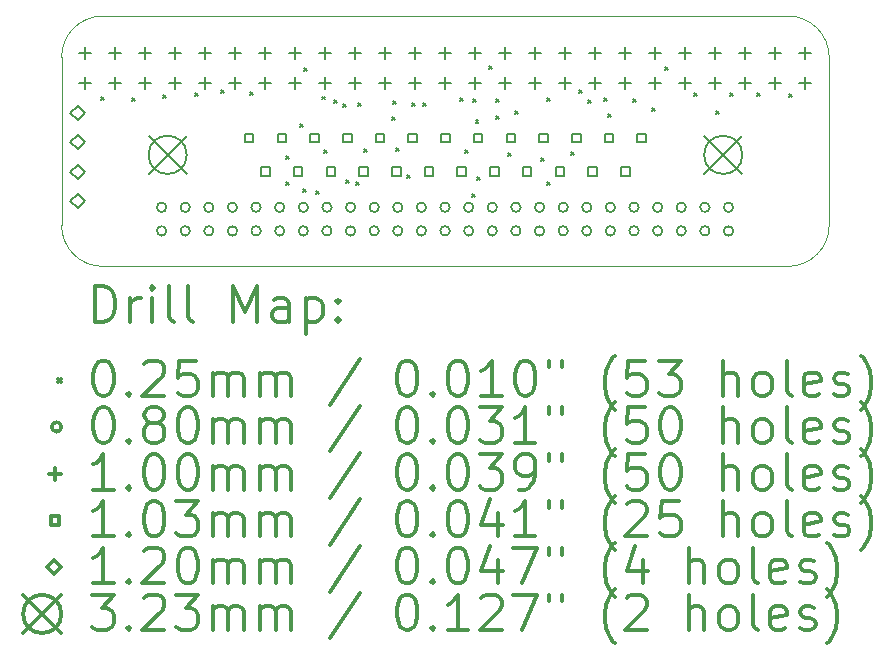
<source format=gbr>
%FSLAX45Y45*%
G04 Gerber Fmt 4.5, Leading zero omitted, Abs format (unit mm)*
G04 Created by KiCad (PCBNEW (5.1.9-16-g1737927814)-1) date 2021-10-16 21:24:37*
%MOMM*%
%LPD*%
G01*
G04 APERTURE LIST*
%TA.AperFunction,Profile*%
%ADD10C,0.050000*%
%TD*%
%ADD11C,0.200000*%
%ADD12C,0.300000*%
G04 APERTURE END LIST*
D10*
X17800000Y-9849600D02*
X23600000Y-9849600D01*
X17800000Y-9849600D02*
G75*
G02*
X17450000Y-9499600I0J350000D01*
G01*
X23950000Y-9499600D02*
G75*
G02*
X23600000Y-9849600I-350000J0D01*
G01*
X17450000Y-8079800D02*
X17450000Y-9499600D01*
X23950000Y-8079800D02*
X23950000Y-9499600D01*
X17800000Y-7729800D02*
X23600000Y-7729800D01*
X17450000Y-8079800D02*
G75*
G02*
X17800000Y-7729800I350000J0D01*
G01*
X23600000Y-7729800D02*
G75*
G02*
X23950000Y-8079800I0J-350000D01*
G01*
D11*
X17785500Y-8415500D02*
X17810500Y-8440500D01*
X17810500Y-8415500D02*
X17785500Y-8440500D01*
X18044500Y-8420500D02*
X18069500Y-8445500D01*
X18069500Y-8420500D02*
X18044500Y-8445500D01*
X18307742Y-8397799D02*
X18332742Y-8422799D01*
X18332742Y-8397799D02*
X18307742Y-8422799D01*
X18576853Y-8385397D02*
X18601853Y-8410397D01*
X18601853Y-8385397D02*
X18576853Y-8410397D01*
X18800550Y-8352696D02*
X18825550Y-8377696D01*
X18825550Y-8352696D02*
X18800550Y-8377696D01*
X19045500Y-8376699D02*
X19070500Y-8401699D01*
X19070500Y-8376699D02*
X19045500Y-8401699D01*
X19350626Y-8916884D02*
X19375626Y-8941884D01*
X19375626Y-8916884D02*
X19350626Y-8941884D01*
X19350900Y-9133100D02*
X19375900Y-9158100D01*
X19375900Y-9133100D02*
X19350900Y-9158100D01*
X19471971Y-8643305D02*
X19496971Y-8668305D01*
X19496971Y-8643305D02*
X19471971Y-8668305D01*
X19498484Y-9192208D02*
X19523484Y-9217208D01*
X19523484Y-9192208D02*
X19498484Y-9217208D01*
X19504850Y-8170245D02*
X19529850Y-8195245D01*
X19529850Y-8170245D02*
X19504850Y-8195245D01*
X19604900Y-9209300D02*
X19629900Y-9234300D01*
X19629900Y-9209300D02*
X19604900Y-9234300D01*
X19658500Y-8410995D02*
X19683500Y-8435995D01*
X19683500Y-8410995D02*
X19658500Y-8435995D01*
X19676105Y-8862205D02*
X19701105Y-8887205D01*
X19701105Y-8862205D02*
X19676105Y-8887205D01*
X19757300Y-8442500D02*
X19782300Y-8467500D01*
X19782300Y-8442500D02*
X19757300Y-8467500D01*
X19835500Y-8472700D02*
X19860500Y-8497700D01*
X19860500Y-8472700D02*
X19835500Y-8497700D01*
X19856533Y-9117609D02*
X19881533Y-9142609D01*
X19881533Y-9117609D02*
X19856533Y-9142609D01*
X19946934Y-9138845D02*
X19971934Y-9163845D01*
X19971934Y-9138845D02*
X19946934Y-9163845D01*
X19959469Y-8463274D02*
X19984469Y-8488274D01*
X19984469Y-8463274D02*
X19959469Y-8488274D01*
X20011300Y-8853700D02*
X20036300Y-8878700D01*
X20036300Y-8853700D02*
X20011300Y-8878700D01*
X20250607Y-8581268D02*
X20275607Y-8606268D01*
X20275607Y-8581268D02*
X20250607Y-8606268D01*
X20259603Y-8453166D02*
X20284603Y-8478166D01*
X20284603Y-8453166D02*
X20259603Y-8478166D01*
X20282744Y-8845744D02*
X20307744Y-8870744D01*
X20307744Y-8845744D02*
X20282744Y-8870744D01*
X20378808Y-9078602D02*
X20403808Y-9103602D01*
X20403808Y-9078602D02*
X20378808Y-9103602D01*
X20419500Y-8467101D02*
X20444500Y-8492101D01*
X20444500Y-8467101D02*
X20419500Y-8492101D01*
X20509351Y-8467101D02*
X20534351Y-8492101D01*
X20534351Y-8467101D02*
X20509351Y-8492101D01*
X20824100Y-8421900D02*
X20849100Y-8446900D01*
X20849100Y-8421900D02*
X20824100Y-8446900D01*
X20868369Y-8862359D02*
X20893369Y-8887359D01*
X20893369Y-8862359D02*
X20868369Y-8887359D01*
X20925700Y-9233703D02*
X20950700Y-9258703D01*
X20950700Y-9233703D02*
X20925700Y-9258703D01*
X20931089Y-8432776D02*
X20956089Y-8457776D01*
X20956089Y-8432776D02*
X20931089Y-8457776D01*
X20955403Y-8607849D02*
X20980403Y-8632849D01*
X20980403Y-8607849D02*
X20955403Y-8632849D01*
X20966343Y-9089055D02*
X20991343Y-9114055D01*
X20991343Y-9089055D02*
X20966343Y-9114055D01*
X21068500Y-8155500D02*
X21093500Y-8180500D01*
X21093500Y-8155500D02*
X21068500Y-8180500D01*
X21126201Y-8435983D02*
X21151201Y-8460983D01*
X21151201Y-8435983D02*
X21126201Y-8460983D01*
X21131877Y-8575196D02*
X21156877Y-8600196D01*
X21156877Y-8575196D02*
X21131877Y-8600196D01*
X21230500Y-8893151D02*
X21255500Y-8918151D01*
X21255500Y-8893151D02*
X21230500Y-8918151D01*
X21288749Y-8536406D02*
X21313749Y-8561406D01*
X21313749Y-8536406D02*
X21288749Y-8561406D01*
X21509900Y-8929900D02*
X21534900Y-8954900D01*
X21534900Y-8929900D02*
X21509900Y-8954900D01*
X21560700Y-9133100D02*
X21585700Y-9158100D01*
X21585700Y-9133100D02*
X21560700Y-9158100D01*
X21561500Y-8423500D02*
X21586500Y-8448500D01*
X21586500Y-8423500D02*
X21561500Y-8448500D01*
X21763900Y-8879100D02*
X21788900Y-8904100D01*
X21788900Y-8879100D02*
X21763900Y-8904100D01*
X21834264Y-8357601D02*
X21859264Y-8382601D01*
X21859264Y-8357601D02*
X21834264Y-8382601D01*
X21911125Y-8442351D02*
X21936125Y-8467351D01*
X21936125Y-8442351D02*
X21911125Y-8467351D01*
X22044604Y-8426036D02*
X22069604Y-8451036D01*
X22069604Y-8426036D02*
X22044604Y-8451036D01*
X22080500Y-8562500D02*
X22105500Y-8587500D01*
X22105500Y-8562500D02*
X22080500Y-8587500D01*
X22289295Y-8430516D02*
X22314295Y-8455516D01*
X22314295Y-8430516D02*
X22289295Y-8455516D01*
X22449431Y-8508971D02*
X22474431Y-8533971D01*
X22474431Y-8508971D02*
X22449431Y-8533971D01*
X22557765Y-8165234D02*
X22582765Y-8190234D01*
X22582765Y-8165234D02*
X22557765Y-8190234D01*
X22806850Y-8382500D02*
X22831850Y-8407500D01*
X22831850Y-8382500D02*
X22806850Y-8407500D01*
X22990395Y-8534065D02*
X23015395Y-8559065D01*
X23015395Y-8534065D02*
X22990395Y-8559065D01*
X23112994Y-8379650D02*
X23137994Y-8404650D01*
X23137994Y-8379650D02*
X23112994Y-8404650D01*
X23342500Y-8382500D02*
X23367500Y-8407500D01*
X23367500Y-8382500D02*
X23342500Y-8407500D01*
X23607500Y-8389500D02*
X23632500Y-8414500D01*
X23632500Y-8389500D02*
X23607500Y-8414500D01*
X18337200Y-9348800D02*
G75*
G03*
X18337200Y-9348800I-40000J0D01*
G01*
X18337200Y-9548800D02*
G75*
G03*
X18337200Y-9548800I-40000J0D01*
G01*
X18537200Y-9348800D02*
G75*
G03*
X18537200Y-9348800I-40000J0D01*
G01*
X18537200Y-9548800D02*
G75*
G03*
X18537200Y-9548800I-40000J0D01*
G01*
X18737200Y-9348800D02*
G75*
G03*
X18737200Y-9348800I-40000J0D01*
G01*
X18737200Y-9548800D02*
G75*
G03*
X18737200Y-9548800I-40000J0D01*
G01*
X18937200Y-9348800D02*
G75*
G03*
X18937200Y-9348800I-40000J0D01*
G01*
X18937200Y-9548800D02*
G75*
G03*
X18937200Y-9548800I-40000J0D01*
G01*
X19137200Y-9348800D02*
G75*
G03*
X19137200Y-9348800I-40000J0D01*
G01*
X19137200Y-9548800D02*
G75*
G03*
X19137200Y-9548800I-40000J0D01*
G01*
X19337200Y-9348800D02*
G75*
G03*
X19337200Y-9348800I-40000J0D01*
G01*
X19337200Y-9548800D02*
G75*
G03*
X19337200Y-9548800I-40000J0D01*
G01*
X19537200Y-9348800D02*
G75*
G03*
X19537200Y-9348800I-40000J0D01*
G01*
X19537200Y-9548800D02*
G75*
G03*
X19537200Y-9548800I-40000J0D01*
G01*
X19737200Y-9348800D02*
G75*
G03*
X19737200Y-9348800I-40000J0D01*
G01*
X19737200Y-9548800D02*
G75*
G03*
X19737200Y-9548800I-40000J0D01*
G01*
X19937200Y-9348800D02*
G75*
G03*
X19937200Y-9348800I-40000J0D01*
G01*
X19937200Y-9548800D02*
G75*
G03*
X19937200Y-9548800I-40000J0D01*
G01*
X20137200Y-9348800D02*
G75*
G03*
X20137200Y-9348800I-40000J0D01*
G01*
X20137200Y-9548800D02*
G75*
G03*
X20137200Y-9548800I-40000J0D01*
G01*
X20337200Y-9348800D02*
G75*
G03*
X20337200Y-9348800I-40000J0D01*
G01*
X20337200Y-9548800D02*
G75*
G03*
X20337200Y-9548800I-40000J0D01*
G01*
X20537200Y-9348800D02*
G75*
G03*
X20537200Y-9348800I-40000J0D01*
G01*
X20537200Y-9548800D02*
G75*
G03*
X20537200Y-9548800I-40000J0D01*
G01*
X20737200Y-9348800D02*
G75*
G03*
X20737200Y-9348800I-40000J0D01*
G01*
X20737200Y-9548800D02*
G75*
G03*
X20737200Y-9548800I-40000J0D01*
G01*
X20937200Y-9348800D02*
G75*
G03*
X20937200Y-9348800I-40000J0D01*
G01*
X20937200Y-9548800D02*
G75*
G03*
X20937200Y-9548800I-40000J0D01*
G01*
X21137200Y-9348800D02*
G75*
G03*
X21137200Y-9348800I-40000J0D01*
G01*
X21137200Y-9548800D02*
G75*
G03*
X21137200Y-9548800I-40000J0D01*
G01*
X21337200Y-9348800D02*
G75*
G03*
X21337200Y-9348800I-40000J0D01*
G01*
X21337200Y-9548800D02*
G75*
G03*
X21337200Y-9548800I-40000J0D01*
G01*
X21537200Y-9348800D02*
G75*
G03*
X21537200Y-9348800I-40000J0D01*
G01*
X21537200Y-9548800D02*
G75*
G03*
X21537200Y-9548800I-40000J0D01*
G01*
X21737200Y-9348800D02*
G75*
G03*
X21737200Y-9348800I-40000J0D01*
G01*
X21737200Y-9548800D02*
G75*
G03*
X21737200Y-9548800I-40000J0D01*
G01*
X21937200Y-9348800D02*
G75*
G03*
X21937200Y-9348800I-40000J0D01*
G01*
X21937200Y-9548800D02*
G75*
G03*
X21937200Y-9548800I-40000J0D01*
G01*
X22137200Y-9348800D02*
G75*
G03*
X22137200Y-9348800I-40000J0D01*
G01*
X22137200Y-9548800D02*
G75*
G03*
X22137200Y-9548800I-40000J0D01*
G01*
X22337200Y-9348800D02*
G75*
G03*
X22337200Y-9348800I-40000J0D01*
G01*
X22337200Y-9548800D02*
G75*
G03*
X22337200Y-9548800I-40000J0D01*
G01*
X22537200Y-9348800D02*
G75*
G03*
X22537200Y-9348800I-40000J0D01*
G01*
X22537200Y-9548800D02*
G75*
G03*
X22537200Y-9548800I-40000J0D01*
G01*
X22737200Y-9348800D02*
G75*
G03*
X22737200Y-9348800I-40000J0D01*
G01*
X22737200Y-9548800D02*
G75*
G03*
X22737200Y-9548800I-40000J0D01*
G01*
X22937200Y-9348800D02*
G75*
G03*
X22937200Y-9348800I-40000J0D01*
G01*
X22937200Y-9548800D02*
G75*
G03*
X22937200Y-9548800I-40000J0D01*
G01*
X23137200Y-9348800D02*
G75*
G03*
X23137200Y-9348800I-40000J0D01*
G01*
X23137200Y-9548800D02*
G75*
G03*
X23137200Y-9548800I-40000J0D01*
G01*
X17646650Y-7995450D02*
X17646650Y-8095450D01*
X17596650Y-8045450D02*
X17696650Y-8045450D01*
X17646650Y-8249450D02*
X17646650Y-8349450D01*
X17596650Y-8299450D02*
X17696650Y-8299450D01*
X17900650Y-7995450D02*
X17900650Y-8095450D01*
X17850650Y-8045450D02*
X17950650Y-8045450D01*
X17900650Y-8249450D02*
X17900650Y-8349450D01*
X17850650Y-8299450D02*
X17950650Y-8299450D01*
X18154650Y-7995450D02*
X18154650Y-8095450D01*
X18104650Y-8045450D02*
X18204650Y-8045450D01*
X18154650Y-8249450D02*
X18154650Y-8349450D01*
X18104650Y-8299450D02*
X18204650Y-8299450D01*
X18408650Y-7995450D02*
X18408650Y-8095450D01*
X18358650Y-8045450D02*
X18458650Y-8045450D01*
X18408650Y-8249450D02*
X18408650Y-8349450D01*
X18358650Y-8299450D02*
X18458650Y-8299450D01*
X18662650Y-7995450D02*
X18662650Y-8095450D01*
X18612650Y-8045450D02*
X18712650Y-8045450D01*
X18662650Y-8249450D02*
X18662650Y-8349450D01*
X18612650Y-8299450D02*
X18712650Y-8299450D01*
X18916650Y-7995450D02*
X18916650Y-8095450D01*
X18866650Y-8045450D02*
X18966650Y-8045450D01*
X18916650Y-8249450D02*
X18916650Y-8349450D01*
X18866650Y-8299450D02*
X18966650Y-8299450D01*
X19170650Y-7995450D02*
X19170650Y-8095450D01*
X19120650Y-8045450D02*
X19220650Y-8045450D01*
X19170650Y-8249450D02*
X19170650Y-8349450D01*
X19120650Y-8299450D02*
X19220650Y-8299450D01*
X19424650Y-7995450D02*
X19424650Y-8095450D01*
X19374650Y-8045450D02*
X19474650Y-8045450D01*
X19424650Y-8249450D02*
X19424650Y-8349450D01*
X19374650Y-8299450D02*
X19474650Y-8299450D01*
X19678650Y-7995450D02*
X19678650Y-8095450D01*
X19628650Y-8045450D02*
X19728650Y-8045450D01*
X19678650Y-8249450D02*
X19678650Y-8349450D01*
X19628650Y-8299450D02*
X19728650Y-8299450D01*
X19932650Y-7995450D02*
X19932650Y-8095450D01*
X19882650Y-8045450D02*
X19982650Y-8045450D01*
X19932650Y-8249450D02*
X19932650Y-8349450D01*
X19882650Y-8299450D02*
X19982650Y-8299450D01*
X20186650Y-7995450D02*
X20186650Y-8095450D01*
X20136650Y-8045450D02*
X20236650Y-8045450D01*
X20186650Y-8249450D02*
X20186650Y-8349450D01*
X20136650Y-8299450D02*
X20236650Y-8299450D01*
X20440650Y-7995450D02*
X20440650Y-8095450D01*
X20390650Y-8045450D02*
X20490650Y-8045450D01*
X20440650Y-8249450D02*
X20440650Y-8349450D01*
X20390650Y-8299450D02*
X20490650Y-8299450D01*
X20694650Y-7995450D02*
X20694650Y-8095450D01*
X20644650Y-8045450D02*
X20744650Y-8045450D01*
X20694650Y-8249450D02*
X20694650Y-8349450D01*
X20644650Y-8299450D02*
X20744650Y-8299450D01*
X20948650Y-7995450D02*
X20948650Y-8095450D01*
X20898650Y-8045450D02*
X20998650Y-8045450D01*
X20948650Y-8249450D02*
X20948650Y-8349450D01*
X20898650Y-8299450D02*
X20998650Y-8299450D01*
X21202650Y-7995450D02*
X21202650Y-8095450D01*
X21152650Y-8045450D02*
X21252650Y-8045450D01*
X21202650Y-8249450D02*
X21202650Y-8349450D01*
X21152650Y-8299450D02*
X21252650Y-8299450D01*
X21456650Y-7995450D02*
X21456650Y-8095450D01*
X21406650Y-8045450D02*
X21506650Y-8045450D01*
X21456650Y-8249450D02*
X21456650Y-8349450D01*
X21406650Y-8299450D02*
X21506650Y-8299450D01*
X21710650Y-7995450D02*
X21710650Y-8095450D01*
X21660650Y-8045450D02*
X21760650Y-8045450D01*
X21710650Y-8249450D02*
X21710650Y-8349450D01*
X21660650Y-8299450D02*
X21760650Y-8299450D01*
X21964650Y-7995450D02*
X21964650Y-8095450D01*
X21914650Y-8045450D02*
X22014650Y-8045450D01*
X21964650Y-8249450D02*
X21964650Y-8349450D01*
X21914650Y-8299450D02*
X22014650Y-8299450D01*
X22218650Y-7995450D02*
X22218650Y-8095450D01*
X22168650Y-8045450D02*
X22268650Y-8045450D01*
X22218650Y-8249450D02*
X22218650Y-8349450D01*
X22168650Y-8299450D02*
X22268650Y-8299450D01*
X22472650Y-7995450D02*
X22472650Y-8095450D01*
X22422650Y-8045450D02*
X22522650Y-8045450D01*
X22472650Y-8249450D02*
X22472650Y-8349450D01*
X22422650Y-8299450D02*
X22522650Y-8299450D01*
X22726650Y-7995450D02*
X22726650Y-8095450D01*
X22676650Y-8045450D02*
X22776650Y-8045450D01*
X22726650Y-8249450D02*
X22726650Y-8349450D01*
X22676650Y-8299450D02*
X22776650Y-8299450D01*
X22980650Y-7995450D02*
X22980650Y-8095450D01*
X22930650Y-8045450D02*
X23030650Y-8045450D01*
X22980650Y-8249450D02*
X22980650Y-8349450D01*
X22930650Y-8299450D02*
X23030650Y-8299450D01*
X23234650Y-7995450D02*
X23234650Y-8095450D01*
X23184650Y-8045450D02*
X23284650Y-8045450D01*
X23234650Y-8249450D02*
X23234650Y-8349450D01*
X23184650Y-8299450D02*
X23284650Y-8299450D01*
X23488650Y-7995450D02*
X23488650Y-8095450D01*
X23438650Y-8045450D02*
X23538650Y-8045450D01*
X23488650Y-8249450D02*
X23488650Y-8349450D01*
X23438650Y-8299450D02*
X23538650Y-8299450D01*
X23742650Y-7995450D02*
X23742650Y-8095450D01*
X23692650Y-8045450D02*
X23792650Y-8045450D01*
X23742650Y-8249450D02*
X23742650Y-8349450D01*
X23692650Y-8299450D02*
X23792650Y-8299450D01*
X19074576Y-8799416D02*
X19074576Y-8726584D01*
X19001744Y-8726584D01*
X19001744Y-8799416D01*
X19074576Y-8799416D01*
X19213076Y-9083416D02*
X19213076Y-9010584D01*
X19140244Y-9010584D01*
X19140244Y-9083416D01*
X19213076Y-9083416D01*
X19351576Y-8799416D02*
X19351576Y-8726584D01*
X19278744Y-8726584D01*
X19278744Y-8799416D01*
X19351576Y-8799416D01*
X19490076Y-9083416D02*
X19490076Y-9010584D01*
X19417244Y-9010584D01*
X19417244Y-9083416D01*
X19490076Y-9083416D01*
X19628576Y-8799416D02*
X19628576Y-8726584D01*
X19555744Y-8726584D01*
X19555744Y-8799416D01*
X19628576Y-8799416D01*
X19767076Y-9083416D02*
X19767076Y-9010584D01*
X19694244Y-9010584D01*
X19694244Y-9083416D01*
X19767076Y-9083416D01*
X19905576Y-8799416D02*
X19905576Y-8726584D01*
X19832744Y-8726584D01*
X19832744Y-8799416D01*
X19905576Y-8799416D01*
X20044076Y-9083416D02*
X20044076Y-9010584D01*
X19971244Y-9010584D01*
X19971244Y-9083416D01*
X20044076Y-9083416D01*
X20182576Y-8799416D02*
X20182576Y-8726584D01*
X20109744Y-8726584D01*
X20109744Y-8799416D01*
X20182576Y-8799416D01*
X20321076Y-9083416D02*
X20321076Y-9010584D01*
X20248244Y-9010584D01*
X20248244Y-9083416D01*
X20321076Y-9083416D01*
X20459576Y-8799416D02*
X20459576Y-8726584D01*
X20386744Y-8726584D01*
X20386744Y-8799416D01*
X20459576Y-8799416D01*
X20598076Y-9083416D02*
X20598076Y-9010584D01*
X20525244Y-9010584D01*
X20525244Y-9083416D01*
X20598076Y-9083416D01*
X20736576Y-8799416D02*
X20736576Y-8726584D01*
X20663744Y-8726584D01*
X20663744Y-8799416D01*
X20736576Y-8799416D01*
X20875076Y-9083416D02*
X20875076Y-9010584D01*
X20802244Y-9010584D01*
X20802244Y-9083416D01*
X20875076Y-9083416D01*
X21013576Y-8799416D02*
X21013576Y-8726584D01*
X20940744Y-8726584D01*
X20940744Y-8799416D01*
X21013576Y-8799416D01*
X21152076Y-9083416D02*
X21152076Y-9010584D01*
X21079244Y-9010584D01*
X21079244Y-9083416D01*
X21152076Y-9083416D01*
X21290576Y-8799416D02*
X21290576Y-8726584D01*
X21217744Y-8726584D01*
X21217744Y-8799416D01*
X21290576Y-8799416D01*
X21429076Y-9083416D02*
X21429076Y-9010584D01*
X21356244Y-9010584D01*
X21356244Y-9083416D01*
X21429076Y-9083416D01*
X21567576Y-8799416D02*
X21567576Y-8726584D01*
X21494744Y-8726584D01*
X21494744Y-8799416D01*
X21567576Y-8799416D01*
X21706076Y-9083416D02*
X21706076Y-9010584D01*
X21633244Y-9010584D01*
X21633244Y-9083416D01*
X21706076Y-9083416D01*
X21844576Y-8799416D02*
X21844576Y-8726584D01*
X21771744Y-8726584D01*
X21771744Y-8799416D01*
X21844576Y-8799416D01*
X21983076Y-9083416D02*
X21983076Y-9010584D01*
X21910244Y-9010584D01*
X21910244Y-9083416D01*
X21983076Y-9083416D01*
X22121576Y-8799416D02*
X22121576Y-8726584D01*
X22048744Y-8726584D01*
X22048744Y-8799416D01*
X22121576Y-8799416D01*
X22260076Y-9083416D02*
X22260076Y-9010584D01*
X22187244Y-9010584D01*
X22187244Y-9083416D01*
X22260076Y-9083416D01*
X22398576Y-8799416D02*
X22398576Y-8726584D01*
X22325744Y-8726584D01*
X22325744Y-8799416D01*
X22398576Y-8799416D01*
X17585400Y-8608000D02*
X17645400Y-8548000D01*
X17585400Y-8488000D01*
X17525400Y-8548000D01*
X17585400Y-8608000D01*
X17585400Y-8858000D02*
X17645400Y-8798000D01*
X17585400Y-8738000D01*
X17525400Y-8798000D01*
X17585400Y-8858000D01*
X17585400Y-9108000D02*
X17645400Y-9048000D01*
X17585400Y-8988000D01*
X17525400Y-9048000D01*
X17585400Y-9108000D01*
X17585400Y-9358000D02*
X17645400Y-9298000D01*
X17585400Y-9238000D01*
X17525400Y-9298000D01*
X17585400Y-9358000D01*
X18186660Y-8743500D02*
X18509660Y-9066500D01*
X18509660Y-8743500D02*
X18186660Y-9066500D01*
X18509660Y-8905000D02*
G75*
G03*
X18509660Y-8905000I-161500J0D01*
G01*
X22890660Y-8743500D02*
X23213660Y-9066500D01*
X23213660Y-8743500D02*
X22890660Y-9066500D01*
X23213660Y-8905000D02*
G75*
G03*
X23213660Y-8905000I-161500J0D01*
G01*
D12*
X17733928Y-10317814D02*
X17733928Y-10017814D01*
X17805357Y-10017814D01*
X17848214Y-10032100D01*
X17876786Y-10060672D01*
X17891071Y-10089243D01*
X17905357Y-10146386D01*
X17905357Y-10189243D01*
X17891071Y-10246386D01*
X17876786Y-10274957D01*
X17848214Y-10303529D01*
X17805357Y-10317814D01*
X17733928Y-10317814D01*
X18033928Y-10317814D02*
X18033928Y-10117814D01*
X18033928Y-10174957D02*
X18048214Y-10146386D01*
X18062500Y-10132100D01*
X18091071Y-10117814D01*
X18119643Y-10117814D01*
X18219643Y-10317814D02*
X18219643Y-10117814D01*
X18219643Y-10017814D02*
X18205357Y-10032100D01*
X18219643Y-10046386D01*
X18233928Y-10032100D01*
X18219643Y-10017814D01*
X18219643Y-10046386D01*
X18405357Y-10317814D02*
X18376786Y-10303529D01*
X18362500Y-10274957D01*
X18362500Y-10017814D01*
X18562500Y-10317814D02*
X18533928Y-10303529D01*
X18519643Y-10274957D01*
X18519643Y-10017814D01*
X18905357Y-10317814D02*
X18905357Y-10017814D01*
X19005357Y-10232100D01*
X19105357Y-10017814D01*
X19105357Y-10317814D01*
X19376786Y-10317814D02*
X19376786Y-10160672D01*
X19362500Y-10132100D01*
X19333928Y-10117814D01*
X19276786Y-10117814D01*
X19248214Y-10132100D01*
X19376786Y-10303529D02*
X19348214Y-10317814D01*
X19276786Y-10317814D01*
X19248214Y-10303529D01*
X19233928Y-10274957D01*
X19233928Y-10246386D01*
X19248214Y-10217814D01*
X19276786Y-10203529D01*
X19348214Y-10203529D01*
X19376786Y-10189243D01*
X19519643Y-10117814D02*
X19519643Y-10417814D01*
X19519643Y-10132100D02*
X19548214Y-10117814D01*
X19605357Y-10117814D01*
X19633928Y-10132100D01*
X19648214Y-10146386D01*
X19662500Y-10174957D01*
X19662500Y-10260672D01*
X19648214Y-10289243D01*
X19633928Y-10303529D01*
X19605357Y-10317814D01*
X19548214Y-10317814D01*
X19519643Y-10303529D01*
X19791071Y-10289243D02*
X19805357Y-10303529D01*
X19791071Y-10317814D01*
X19776786Y-10303529D01*
X19791071Y-10289243D01*
X19791071Y-10317814D01*
X19791071Y-10132100D02*
X19805357Y-10146386D01*
X19791071Y-10160672D01*
X19776786Y-10146386D01*
X19791071Y-10132100D01*
X19791071Y-10160672D01*
X17422500Y-10799600D02*
X17447500Y-10824600D01*
X17447500Y-10799600D02*
X17422500Y-10824600D01*
X17791071Y-10647814D02*
X17819643Y-10647814D01*
X17848214Y-10662100D01*
X17862500Y-10676386D01*
X17876786Y-10704957D01*
X17891071Y-10762100D01*
X17891071Y-10833529D01*
X17876786Y-10890672D01*
X17862500Y-10919243D01*
X17848214Y-10933529D01*
X17819643Y-10947814D01*
X17791071Y-10947814D01*
X17762500Y-10933529D01*
X17748214Y-10919243D01*
X17733928Y-10890672D01*
X17719643Y-10833529D01*
X17719643Y-10762100D01*
X17733928Y-10704957D01*
X17748214Y-10676386D01*
X17762500Y-10662100D01*
X17791071Y-10647814D01*
X18019643Y-10919243D02*
X18033928Y-10933529D01*
X18019643Y-10947814D01*
X18005357Y-10933529D01*
X18019643Y-10919243D01*
X18019643Y-10947814D01*
X18148214Y-10676386D02*
X18162500Y-10662100D01*
X18191071Y-10647814D01*
X18262500Y-10647814D01*
X18291071Y-10662100D01*
X18305357Y-10676386D01*
X18319643Y-10704957D01*
X18319643Y-10733529D01*
X18305357Y-10776386D01*
X18133928Y-10947814D01*
X18319643Y-10947814D01*
X18591071Y-10647814D02*
X18448214Y-10647814D01*
X18433928Y-10790672D01*
X18448214Y-10776386D01*
X18476786Y-10762100D01*
X18548214Y-10762100D01*
X18576786Y-10776386D01*
X18591071Y-10790672D01*
X18605357Y-10819243D01*
X18605357Y-10890672D01*
X18591071Y-10919243D01*
X18576786Y-10933529D01*
X18548214Y-10947814D01*
X18476786Y-10947814D01*
X18448214Y-10933529D01*
X18433928Y-10919243D01*
X18733928Y-10947814D02*
X18733928Y-10747814D01*
X18733928Y-10776386D02*
X18748214Y-10762100D01*
X18776786Y-10747814D01*
X18819643Y-10747814D01*
X18848214Y-10762100D01*
X18862500Y-10790672D01*
X18862500Y-10947814D01*
X18862500Y-10790672D02*
X18876786Y-10762100D01*
X18905357Y-10747814D01*
X18948214Y-10747814D01*
X18976786Y-10762100D01*
X18991071Y-10790672D01*
X18991071Y-10947814D01*
X19133928Y-10947814D02*
X19133928Y-10747814D01*
X19133928Y-10776386D02*
X19148214Y-10762100D01*
X19176786Y-10747814D01*
X19219643Y-10747814D01*
X19248214Y-10762100D01*
X19262500Y-10790672D01*
X19262500Y-10947814D01*
X19262500Y-10790672D02*
X19276786Y-10762100D01*
X19305357Y-10747814D01*
X19348214Y-10747814D01*
X19376786Y-10762100D01*
X19391071Y-10790672D01*
X19391071Y-10947814D01*
X19976786Y-10633529D02*
X19719643Y-11019243D01*
X20362500Y-10647814D02*
X20391071Y-10647814D01*
X20419643Y-10662100D01*
X20433928Y-10676386D01*
X20448214Y-10704957D01*
X20462500Y-10762100D01*
X20462500Y-10833529D01*
X20448214Y-10890672D01*
X20433928Y-10919243D01*
X20419643Y-10933529D01*
X20391071Y-10947814D01*
X20362500Y-10947814D01*
X20333928Y-10933529D01*
X20319643Y-10919243D01*
X20305357Y-10890672D01*
X20291071Y-10833529D01*
X20291071Y-10762100D01*
X20305357Y-10704957D01*
X20319643Y-10676386D01*
X20333928Y-10662100D01*
X20362500Y-10647814D01*
X20591071Y-10919243D02*
X20605357Y-10933529D01*
X20591071Y-10947814D01*
X20576786Y-10933529D01*
X20591071Y-10919243D01*
X20591071Y-10947814D01*
X20791071Y-10647814D02*
X20819643Y-10647814D01*
X20848214Y-10662100D01*
X20862500Y-10676386D01*
X20876786Y-10704957D01*
X20891071Y-10762100D01*
X20891071Y-10833529D01*
X20876786Y-10890672D01*
X20862500Y-10919243D01*
X20848214Y-10933529D01*
X20819643Y-10947814D01*
X20791071Y-10947814D01*
X20762500Y-10933529D01*
X20748214Y-10919243D01*
X20733928Y-10890672D01*
X20719643Y-10833529D01*
X20719643Y-10762100D01*
X20733928Y-10704957D01*
X20748214Y-10676386D01*
X20762500Y-10662100D01*
X20791071Y-10647814D01*
X21176786Y-10947814D02*
X21005357Y-10947814D01*
X21091071Y-10947814D02*
X21091071Y-10647814D01*
X21062500Y-10690672D01*
X21033928Y-10719243D01*
X21005357Y-10733529D01*
X21362500Y-10647814D02*
X21391071Y-10647814D01*
X21419643Y-10662100D01*
X21433928Y-10676386D01*
X21448214Y-10704957D01*
X21462500Y-10762100D01*
X21462500Y-10833529D01*
X21448214Y-10890672D01*
X21433928Y-10919243D01*
X21419643Y-10933529D01*
X21391071Y-10947814D01*
X21362500Y-10947814D01*
X21333928Y-10933529D01*
X21319643Y-10919243D01*
X21305357Y-10890672D01*
X21291071Y-10833529D01*
X21291071Y-10762100D01*
X21305357Y-10704957D01*
X21319643Y-10676386D01*
X21333928Y-10662100D01*
X21362500Y-10647814D01*
X21576786Y-10647814D02*
X21576786Y-10704957D01*
X21691071Y-10647814D02*
X21691071Y-10704957D01*
X22133928Y-11062100D02*
X22119643Y-11047814D01*
X22091071Y-11004957D01*
X22076786Y-10976386D01*
X22062500Y-10933529D01*
X22048214Y-10862100D01*
X22048214Y-10804957D01*
X22062500Y-10733529D01*
X22076786Y-10690672D01*
X22091071Y-10662100D01*
X22119643Y-10619243D01*
X22133928Y-10604957D01*
X22391071Y-10647814D02*
X22248214Y-10647814D01*
X22233928Y-10790672D01*
X22248214Y-10776386D01*
X22276786Y-10762100D01*
X22348214Y-10762100D01*
X22376786Y-10776386D01*
X22391071Y-10790672D01*
X22405357Y-10819243D01*
X22405357Y-10890672D01*
X22391071Y-10919243D01*
X22376786Y-10933529D01*
X22348214Y-10947814D01*
X22276786Y-10947814D01*
X22248214Y-10933529D01*
X22233928Y-10919243D01*
X22505357Y-10647814D02*
X22691071Y-10647814D01*
X22591071Y-10762100D01*
X22633928Y-10762100D01*
X22662500Y-10776386D01*
X22676786Y-10790672D01*
X22691071Y-10819243D01*
X22691071Y-10890672D01*
X22676786Y-10919243D01*
X22662500Y-10933529D01*
X22633928Y-10947814D01*
X22548214Y-10947814D01*
X22519643Y-10933529D01*
X22505357Y-10919243D01*
X23048214Y-10947814D02*
X23048214Y-10647814D01*
X23176786Y-10947814D02*
X23176786Y-10790672D01*
X23162500Y-10762100D01*
X23133928Y-10747814D01*
X23091071Y-10747814D01*
X23062500Y-10762100D01*
X23048214Y-10776386D01*
X23362500Y-10947814D02*
X23333928Y-10933529D01*
X23319643Y-10919243D01*
X23305357Y-10890672D01*
X23305357Y-10804957D01*
X23319643Y-10776386D01*
X23333928Y-10762100D01*
X23362500Y-10747814D01*
X23405357Y-10747814D01*
X23433928Y-10762100D01*
X23448214Y-10776386D01*
X23462500Y-10804957D01*
X23462500Y-10890672D01*
X23448214Y-10919243D01*
X23433928Y-10933529D01*
X23405357Y-10947814D01*
X23362500Y-10947814D01*
X23633928Y-10947814D02*
X23605357Y-10933529D01*
X23591071Y-10904957D01*
X23591071Y-10647814D01*
X23862500Y-10933529D02*
X23833928Y-10947814D01*
X23776786Y-10947814D01*
X23748214Y-10933529D01*
X23733928Y-10904957D01*
X23733928Y-10790672D01*
X23748214Y-10762100D01*
X23776786Y-10747814D01*
X23833928Y-10747814D01*
X23862500Y-10762100D01*
X23876786Y-10790672D01*
X23876786Y-10819243D01*
X23733928Y-10847814D01*
X23991071Y-10933529D02*
X24019643Y-10947814D01*
X24076786Y-10947814D01*
X24105357Y-10933529D01*
X24119643Y-10904957D01*
X24119643Y-10890672D01*
X24105357Y-10862100D01*
X24076786Y-10847814D01*
X24033928Y-10847814D01*
X24005357Y-10833529D01*
X23991071Y-10804957D01*
X23991071Y-10790672D01*
X24005357Y-10762100D01*
X24033928Y-10747814D01*
X24076786Y-10747814D01*
X24105357Y-10762100D01*
X24219643Y-11062100D02*
X24233928Y-11047814D01*
X24262500Y-11004957D01*
X24276786Y-10976386D01*
X24291071Y-10933529D01*
X24305357Y-10862100D01*
X24305357Y-10804957D01*
X24291071Y-10733529D01*
X24276786Y-10690672D01*
X24262500Y-10662100D01*
X24233928Y-10619243D01*
X24219643Y-10604957D01*
X17447500Y-11208100D02*
G75*
G03*
X17447500Y-11208100I-40000J0D01*
G01*
X17791071Y-11043814D02*
X17819643Y-11043814D01*
X17848214Y-11058100D01*
X17862500Y-11072386D01*
X17876786Y-11100957D01*
X17891071Y-11158100D01*
X17891071Y-11229529D01*
X17876786Y-11286671D01*
X17862500Y-11315243D01*
X17848214Y-11329529D01*
X17819643Y-11343814D01*
X17791071Y-11343814D01*
X17762500Y-11329529D01*
X17748214Y-11315243D01*
X17733928Y-11286671D01*
X17719643Y-11229529D01*
X17719643Y-11158100D01*
X17733928Y-11100957D01*
X17748214Y-11072386D01*
X17762500Y-11058100D01*
X17791071Y-11043814D01*
X18019643Y-11315243D02*
X18033928Y-11329529D01*
X18019643Y-11343814D01*
X18005357Y-11329529D01*
X18019643Y-11315243D01*
X18019643Y-11343814D01*
X18205357Y-11172386D02*
X18176786Y-11158100D01*
X18162500Y-11143814D01*
X18148214Y-11115243D01*
X18148214Y-11100957D01*
X18162500Y-11072386D01*
X18176786Y-11058100D01*
X18205357Y-11043814D01*
X18262500Y-11043814D01*
X18291071Y-11058100D01*
X18305357Y-11072386D01*
X18319643Y-11100957D01*
X18319643Y-11115243D01*
X18305357Y-11143814D01*
X18291071Y-11158100D01*
X18262500Y-11172386D01*
X18205357Y-11172386D01*
X18176786Y-11186671D01*
X18162500Y-11200957D01*
X18148214Y-11229529D01*
X18148214Y-11286671D01*
X18162500Y-11315243D01*
X18176786Y-11329529D01*
X18205357Y-11343814D01*
X18262500Y-11343814D01*
X18291071Y-11329529D01*
X18305357Y-11315243D01*
X18319643Y-11286671D01*
X18319643Y-11229529D01*
X18305357Y-11200957D01*
X18291071Y-11186671D01*
X18262500Y-11172386D01*
X18505357Y-11043814D02*
X18533928Y-11043814D01*
X18562500Y-11058100D01*
X18576786Y-11072386D01*
X18591071Y-11100957D01*
X18605357Y-11158100D01*
X18605357Y-11229529D01*
X18591071Y-11286671D01*
X18576786Y-11315243D01*
X18562500Y-11329529D01*
X18533928Y-11343814D01*
X18505357Y-11343814D01*
X18476786Y-11329529D01*
X18462500Y-11315243D01*
X18448214Y-11286671D01*
X18433928Y-11229529D01*
X18433928Y-11158100D01*
X18448214Y-11100957D01*
X18462500Y-11072386D01*
X18476786Y-11058100D01*
X18505357Y-11043814D01*
X18733928Y-11343814D02*
X18733928Y-11143814D01*
X18733928Y-11172386D02*
X18748214Y-11158100D01*
X18776786Y-11143814D01*
X18819643Y-11143814D01*
X18848214Y-11158100D01*
X18862500Y-11186671D01*
X18862500Y-11343814D01*
X18862500Y-11186671D02*
X18876786Y-11158100D01*
X18905357Y-11143814D01*
X18948214Y-11143814D01*
X18976786Y-11158100D01*
X18991071Y-11186671D01*
X18991071Y-11343814D01*
X19133928Y-11343814D02*
X19133928Y-11143814D01*
X19133928Y-11172386D02*
X19148214Y-11158100D01*
X19176786Y-11143814D01*
X19219643Y-11143814D01*
X19248214Y-11158100D01*
X19262500Y-11186671D01*
X19262500Y-11343814D01*
X19262500Y-11186671D02*
X19276786Y-11158100D01*
X19305357Y-11143814D01*
X19348214Y-11143814D01*
X19376786Y-11158100D01*
X19391071Y-11186671D01*
X19391071Y-11343814D01*
X19976786Y-11029529D02*
X19719643Y-11415243D01*
X20362500Y-11043814D02*
X20391071Y-11043814D01*
X20419643Y-11058100D01*
X20433928Y-11072386D01*
X20448214Y-11100957D01*
X20462500Y-11158100D01*
X20462500Y-11229529D01*
X20448214Y-11286671D01*
X20433928Y-11315243D01*
X20419643Y-11329529D01*
X20391071Y-11343814D01*
X20362500Y-11343814D01*
X20333928Y-11329529D01*
X20319643Y-11315243D01*
X20305357Y-11286671D01*
X20291071Y-11229529D01*
X20291071Y-11158100D01*
X20305357Y-11100957D01*
X20319643Y-11072386D01*
X20333928Y-11058100D01*
X20362500Y-11043814D01*
X20591071Y-11315243D02*
X20605357Y-11329529D01*
X20591071Y-11343814D01*
X20576786Y-11329529D01*
X20591071Y-11315243D01*
X20591071Y-11343814D01*
X20791071Y-11043814D02*
X20819643Y-11043814D01*
X20848214Y-11058100D01*
X20862500Y-11072386D01*
X20876786Y-11100957D01*
X20891071Y-11158100D01*
X20891071Y-11229529D01*
X20876786Y-11286671D01*
X20862500Y-11315243D01*
X20848214Y-11329529D01*
X20819643Y-11343814D01*
X20791071Y-11343814D01*
X20762500Y-11329529D01*
X20748214Y-11315243D01*
X20733928Y-11286671D01*
X20719643Y-11229529D01*
X20719643Y-11158100D01*
X20733928Y-11100957D01*
X20748214Y-11072386D01*
X20762500Y-11058100D01*
X20791071Y-11043814D01*
X20991071Y-11043814D02*
X21176786Y-11043814D01*
X21076786Y-11158100D01*
X21119643Y-11158100D01*
X21148214Y-11172386D01*
X21162500Y-11186671D01*
X21176786Y-11215243D01*
X21176786Y-11286671D01*
X21162500Y-11315243D01*
X21148214Y-11329529D01*
X21119643Y-11343814D01*
X21033928Y-11343814D01*
X21005357Y-11329529D01*
X20991071Y-11315243D01*
X21462500Y-11343814D02*
X21291071Y-11343814D01*
X21376786Y-11343814D02*
X21376786Y-11043814D01*
X21348214Y-11086672D01*
X21319643Y-11115243D01*
X21291071Y-11129529D01*
X21576786Y-11043814D02*
X21576786Y-11100957D01*
X21691071Y-11043814D02*
X21691071Y-11100957D01*
X22133928Y-11458100D02*
X22119643Y-11443814D01*
X22091071Y-11400957D01*
X22076786Y-11372386D01*
X22062500Y-11329529D01*
X22048214Y-11258100D01*
X22048214Y-11200957D01*
X22062500Y-11129529D01*
X22076786Y-11086672D01*
X22091071Y-11058100D01*
X22119643Y-11015243D01*
X22133928Y-11000957D01*
X22391071Y-11043814D02*
X22248214Y-11043814D01*
X22233928Y-11186671D01*
X22248214Y-11172386D01*
X22276786Y-11158100D01*
X22348214Y-11158100D01*
X22376786Y-11172386D01*
X22391071Y-11186671D01*
X22405357Y-11215243D01*
X22405357Y-11286671D01*
X22391071Y-11315243D01*
X22376786Y-11329529D01*
X22348214Y-11343814D01*
X22276786Y-11343814D01*
X22248214Y-11329529D01*
X22233928Y-11315243D01*
X22591071Y-11043814D02*
X22619643Y-11043814D01*
X22648214Y-11058100D01*
X22662500Y-11072386D01*
X22676786Y-11100957D01*
X22691071Y-11158100D01*
X22691071Y-11229529D01*
X22676786Y-11286671D01*
X22662500Y-11315243D01*
X22648214Y-11329529D01*
X22619643Y-11343814D01*
X22591071Y-11343814D01*
X22562500Y-11329529D01*
X22548214Y-11315243D01*
X22533928Y-11286671D01*
X22519643Y-11229529D01*
X22519643Y-11158100D01*
X22533928Y-11100957D01*
X22548214Y-11072386D01*
X22562500Y-11058100D01*
X22591071Y-11043814D01*
X23048214Y-11343814D02*
X23048214Y-11043814D01*
X23176786Y-11343814D02*
X23176786Y-11186671D01*
X23162500Y-11158100D01*
X23133928Y-11143814D01*
X23091071Y-11143814D01*
X23062500Y-11158100D01*
X23048214Y-11172386D01*
X23362500Y-11343814D02*
X23333928Y-11329529D01*
X23319643Y-11315243D01*
X23305357Y-11286671D01*
X23305357Y-11200957D01*
X23319643Y-11172386D01*
X23333928Y-11158100D01*
X23362500Y-11143814D01*
X23405357Y-11143814D01*
X23433928Y-11158100D01*
X23448214Y-11172386D01*
X23462500Y-11200957D01*
X23462500Y-11286671D01*
X23448214Y-11315243D01*
X23433928Y-11329529D01*
X23405357Y-11343814D01*
X23362500Y-11343814D01*
X23633928Y-11343814D02*
X23605357Y-11329529D01*
X23591071Y-11300957D01*
X23591071Y-11043814D01*
X23862500Y-11329529D02*
X23833928Y-11343814D01*
X23776786Y-11343814D01*
X23748214Y-11329529D01*
X23733928Y-11300957D01*
X23733928Y-11186671D01*
X23748214Y-11158100D01*
X23776786Y-11143814D01*
X23833928Y-11143814D01*
X23862500Y-11158100D01*
X23876786Y-11186671D01*
X23876786Y-11215243D01*
X23733928Y-11243814D01*
X23991071Y-11329529D02*
X24019643Y-11343814D01*
X24076786Y-11343814D01*
X24105357Y-11329529D01*
X24119643Y-11300957D01*
X24119643Y-11286671D01*
X24105357Y-11258100D01*
X24076786Y-11243814D01*
X24033928Y-11243814D01*
X24005357Y-11229529D01*
X23991071Y-11200957D01*
X23991071Y-11186671D01*
X24005357Y-11158100D01*
X24033928Y-11143814D01*
X24076786Y-11143814D01*
X24105357Y-11158100D01*
X24219643Y-11458100D02*
X24233928Y-11443814D01*
X24262500Y-11400957D01*
X24276786Y-11372386D01*
X24291071Y-11329529D01*
X24305357Y-11258100D01*
X24305357Y-11200957D01*
X24291071Y-11129529D01*
X24276786Y-11086672D01*
X24262500Y-11058100D01*
X24233928Y-11015243D01*
X24219643Y-11000957D01*
X17397500Y-11554100D02*
X17397500Y-11654100D01*
X17347500Y-11604100D02*
X17447500Y-11604100D01*
X17891071Y-11739814D02*
X17719643Y-11739814D01*
X17805357Y-11739814D02*
X17805357Y-11439814D01*
X17776786Y-11482671D01*
X17748214Y-11511243D01*
X17719643Y-11525529D01*
X18019643Y-11711243D02*
X18033928Y-11725529D01*
X18019643Y-11739814D01*
X18005357Y-11725529D01*
X18019643Y-11711243D01*
X18019643Y-11739814D01*
X18219643Y-11439814D02*
X18248214Y-11439814D01*
X18276786Y-11454100D01*
X18291071Y-11468386D01*
X18305357Y-11496957D01*
X18319643Y-11554100D01*
X18319643Y-11625529D01*
X18305357Y-11682671D01*
X18291071Y-11711243D01*
X18276786Y-11725529D01*
X18248214Y-11739814D01*
X18219643Y-11739814D01*
X18191071Y-11725529D01*
X18176786Y-11711243D01*
X18162500Y-11682671D01*
X18148214Y-11625529D01*
X18148214Y-11554100D01*
X18162500Y-11496957D01*
X18176786Y-11468386D01*
X18191071Y-11454100D01*
X18219643Y-11439814D01*
X18505357Y-11439814D02*
X18533928Y-11439814D01*
X18562500Y-11454100D01*
X18576786Y-11468386D01*
X18591071Y-11496957D01*
X18605357Y-11554100D01*
X18605357Y-11625529D01*
X18591071Y-11682671D01*
X18576786Y-11711243D01*
X18562500Y-11725529D01*
X18533928Y-11739814D01*
X18505357Y-11739814D01*
X18476786Y-11725529D01*
X18462500Y-11711243D01*
X18448214Y-11682671D01*
X18433928Y-11625529D01*
X18433928Y-11554100D01*
X18448214Y-11496957D01*
X18462500Y-11468386D01*
X18476786Y-11454100D01*
X18505357Y-11439814D01*
X18733928Y-11739814D02*
X18733928Y-11539814D01*
X18733928Y-11568386D02*
X18748214Y-11554100D01*
X18776786Y-11539814D01*
X18819643Y-11539814D01*
X18848214Y-11554100D01*
X18862500Y-11582671D01*
X18862500Y-11739814D01*
X18862500Y-11582671D02*
X18876786Y-11554100D01*
X18905357Y-11539814D01*
X18948214Y-11539814D01*
X18976786Y-11554100D01*
X18991071Y-11582671D01*
X18991071Y-11739814D01*
X19133928Y-11739814D02*
X19133928Y-11539814D01*
X19133928Y-11568386D02*
X19148214Y-11554100D01*
X19176786Y-11539814D01*
X19219643Y-11539814D01*
X19248214Y-11554100D01*
X19262500Y-11582671D01*
X19262500Y-11739814D01*
X19262500Y-11582671D02*
X19276786Y-11554100D01*
X19305357Y-11539814D01*
X19348214Y-11539814D01*
X19376786Y-11554100D01*
X19391071Y-11582671D01*
X19391071Y-11739814D01*
X19976786Y-11425529D02*
X19719643Y-11811243D01*
X20362500Y-11439814D02*
X20391071Y-11439814D01*
X20419643Y-11454100D01*
X20433928Y-11468386D01*
X20448214Y-11496957D01*
X20462500Y-11554100D01*
X20462500Y-11625529D01*
X20448214Y-11682671D01*
X20433928Y-11711243D01*
X20419643Y-11725529D01*
X20391071Y-11739814D01*
X20362500Y-11739814D01*
X20333928Y-11725529D01*
X20319643Y-11711243D01*
X20305357Y-11682671D01*
X20291071Y-11625529D01*
X20291071Y-11554100D01*
X20305357Y-11496957D01*
X20319643Y-11468386D01*
X20333928Y-11454100D01*
X20362500Y-11439814D01*
X20591071Y-11711243D02*
X20605357Y-11725529D01*
X20591071Y-11739814D01*
X20576786Y-11725529D01*
X20591071Y-11711243D01*
X20591071Y-11739814D01*
X20791071Y-11439814D02*
X20819643Y-11439814D01*
X20848214Y-11454100D01*
X20862500Y-11468386D01*
X20876786Y-11496957D01*
X20891071Y-11554100D01*
X20891071Y-11625529D01*
X20876786Y-11682671D01*
X20862500Y-11711243D01*
X20848214Y-11725529D01*
X20819643Y-11739814D01*
X20791071Y-11739814D01*
X20762500Y-11725529D01*
X20748214Y-11711243D01*
X20733928Y-11682671D01*
X20719643Y-11625529D01*
X20719643Y-11554100D01*
X20733928Y-11496957D01*
X20748214Y-11468386D01*
X20762500Y-11454100D01*
X20791071Y-11439814D01*
X20991071Y-11439814D02*
X21176786Y-11439814D01*
X21076786Y-11554100D01*
X21119643Y-11554100D01*
X21148214Y-11568386D01*
X21162500Y-11582671D01*
X21176786Y-11611243D01*
X21176786Y-11682671D01*
X21162500Y-11711243D01*
X21148214Y-11725529D01*
X21119643Y-11739814D01*
X21033928Y-11739814D01*
X21005357Y-11725529D01*
X20991071Y-11711243D01*
X21319643Y-11739814D02*
X21376786Y-11739814D01*
X21405357Y-11725529D01*
X21419643Y-11711243D01*
X21448214Y-11668386D01*
X21462500Y-11611243D01*
X21462500Y-11496957D01*
X21448214Y-11468386D01*
X21433928Y-11454100D01*
X21405357Y-11439814D01*
X21348214Y-11439814D01*
X21319643Y-11454100D01*
X21305357Y-11468386D01*
X21291071Y-11496957D01*
X21291071Y-11568386D01*
X21305357Y-11596957D01*
X21319643Y-11611243D01*
X21348214Y-11625529D01*
X21405357Y-11625529D01*
X21433928Y-11611243D01*
X21448214Y-11596957D01*
X21462500Y-11568386D01*
X21576786Y-11439814D02*
X21576786Y-11496957D01*
X21691071Y-11439814D02*
X21691071Y-11496957D01*
X22133928Y-11854100D02*
X22119643Y-11839814D01*
X22091071Y-11796957D01*
X22076786Y-11768386D01*
X22062500Y-11725529D01*
X22048214Y-11654100D01*
X22048214Y-11596957D01*
X22062500Y-11525529D01*
X22076786Y-11482671D01*
X22091071Y-11454100D01*
X22119643Y-11411243D01*
X22133928Y-11396957D01*
X22391071Y-11439814D02*
X22248214Y-11439814D01*
X22233928Y-11582671D01*
X22248214Y-11568386D01*
X22276786Y-11554100D01*
X22348214Y-11554100D01*
X22376786Y-11568386D01*
X22391071Y-11582671D01*
X22405357Y-11611243D01*
X22405357Y-11682671D01*
X22391071Y-11711243D01*
X22376786Y-11725529D01*
X22348214Y-11739814D01*
X22276786Y-11739814D01*
X22248214Y-11725529D01*
X22233928Y-11711243D01*
X22591071Y-11439814D02*
X22619643Y-11439814D01*
X22648214Y-11454100D01*
X22662500Y-11468386D01*
X22676786Y-11496957D01*
X22691071Y-11554100D01*
X22691071Y-11625529D01*
X22676786Y-11682671D01*
X22662500Y-11711243D01*
X22648214Y-11725529D01*
X22619643Y-11739814D01*
X22591071Y-11739814D01*
X22562500Y-11725529D01*
X22548214Y-11711243D01*
X22533928Y-11682671D01*
X22519643Y-11625529D01*
X22519643Y-11554100D01*
X22533928Y-11496957D01*
X22548214Y-11468386D01*
X22562500Y-11454100D01*
X22591071Y-11439814D01*
X23048214Y-11739814D02*
X23048214Y-11439814D01*
X23176786Y-11739814D02*
X23176786Y-11582671D01*
X23162500Y-11554100D01*
X23133928Y-11539814D01*
X23091071Y-11539814D01*
X23062500Y-11554100D01*
X23048214Y-11568386D01*
X23362500Y-11739814D02*
X23333928Y-11725529D01*
X23319643Y-11711243D01*
X23305357Y-11682671D01*
X23305357Y-11596957D01*
X23319643Y-11568386D01*
X23333928Y-11554100D01*
X23362500Y-11539814D01*
X23405357Y-11539814D01*
X23433928Y-11554100D01*
X23448214Y-11568386D01*
X23462500Y-11596957D01*
X23462500Y-11682671D01*
X23448214Y-11711243D01*
X23433928Y-11725529D01*
X23405357Y-11739814D01*
X23362500Y-11739814D01*
X23633928Y-11739814D02*
X23605357Y-11725529D01*
X23591071Y-11696957D01*
X23591071Y-11439814D01*
X23862500Y-11725529D02*
X23833928Y-11739814D01*
X23776786Y-11739814D01*
X23748214Y-11725529D01*
X23733928Y-11696957D01*
X23733928Y-11582671D01*
X23748214Y-11554100D01*
X23776786Y-11539814D01*
X23833928Y-11539814D01*
X23862500Y-11554100D01*
X23876786Y-11582671D01*
X23876786Y-11611243D01*
X23733928Y-11639814D01*
X23991071Y-11725529D02*
X24019643Y-11739814D01*
X24076786Y-11739814D01*
X24105357Y-11725529D01*
X24119643Y-11696957D01*
X24119643Y-11682671D01*
X24105357Y-11654100D01*
X24076786Y-11639814D01*
X24033928Y-11639814D01*
X24005357Y-11625529D01*
X23991071Y-11596957D01*
X23991071Y-11582671D01*
X24005357Y-11554100D01*
X24033928Y-11539814D01*
X24076786Y-11539814D01*
X24105357Y-11554100D01*
X24219643Y-11854100D02*
X24233928Y-11839814D01*
X24262500Y-11796957D01*
X24276786Y-11768386D01*
X24291071Y-11725529D01*
X24305357Y-11654100D01*
X24305357Y-11596957D01*
X24291071Y-11525529D01*
X24276786Y-11482671D01*
X24262500Y-11454100D01*
X24233928Y-11411243D01*
X24219643Y-11396957D01*
X17432416Y-12036516D02*
X17432416Y-11963684D01*
X17359584Y-11963684D01*
X17359584Y-12036516D01*
X17432416Y-12036516D01*
X17891071Y-12135814D02*
X17719643Y-12135814D01*
X17805357Y-12135814D02*
X17805357Y-11835814D01*
X17776786Y-11878671D01*
X17748214Y-11907243D01*
X17719643Y-11921529D01*
X18019643Y-12107243D02*
X18033928Y-12121529D01*
X18019643Y-12135814D01*
X18005357Y-12121529D01*
X18019643Y-12107243D01*
X18019643Y-12135814D01*
X18219643Y-11835814D02*
X18248214Y-11835814D01*
X18276786Y-11850100D01*
X18291071Y-11864386D01*
X18305357Y-11892957D01*
X18319643Y-11950100D01*
X18319643Y-12021529D01*
X18305357Y-12078671D01*
X18291071Y-12107243D01*
X18276786Y-12121529D01*
X18248214Y-12135814D01*
X18219643Y-12135814D01*
X18191071Y-12121529D01*
X18176786Y-12107243D01*
X18162500Y-12078671D01*
X18148214Y-12021529D01*
X18148214Y-11950100D01*
X18162500Y-11892957D01*
X18176786Y-11864386D01*
X18191071Y-11850100D01*
X18219643Y-11835814D01*
X18419643Y-11835814D02*
X18605357Y-11835814D01*
X18505357Y-11950100D01*
X18548214Y-11950100D01*
X18576786Y-11964386D01*
X18591071Y-11978671D01*
X18605357Y-12007243D01*
X18605357Y-12078671D01*
X18591071Y-12107243D01*
X18576786Y-12121529D01*
X18548214Y-12135814D01*
X18462500Y-12135814D01*
X18433928Y-12121529D01*
X18419643Y-12107243D01*
X18733928Y-12135814D02*
X18733928Y-11935814D01*
X18733928Y-11964386D02*
X18748214Y-11950100D01*
X18776786Y-11935814D01*
X18819643Y-11935814D01*
X18848214Y-11950100D01*
X18862500Y-11978671D01*
X18862500Y-12135814D01*
X18862500Y-11978671D02*
X18876786Y-11950100D01*
X18905357Y-11935814D01*
X18948214Y-11935814D01*
X18976786Y-11950100D01*
X18991071Y-11978671D01*
X18991071Y-12135814D01*
X19133928Y-12135814D02*
X19133928Y-11935814D01*
X19133928Y-11964386D02*
X19148214Y-11950100D01*
X19176786Y-11935814D01*
X19219643Y-11935814D01*
X19248214Y-11950100D01*
X19262500Y-11978671D01*
X19262500Y-12135814D01*
X19262500Y-11978671D02*
X19276786Y-11950100D01*
X19305357Y-11935814D01*
X19348214Y-11935814D01*
X19376786Y-11950100D01*
X19391071Y-11978671D01*
X19391071Y-12135814D01*
X19976786Y-11821529D02*
X19719643Y-12207243D01*
X20362500Y-11835814D02*
X20391071Y-11835814D01*
X20419643Y-11850100D01*
X20433928Y-11864386D01*
X20448214Y-11892957D01*
X20462500Y-11950100D01*
X20462500Y-12021529D01*
X20448214Y-12078671D01*
X20433928Y-12107243D01*
X20419643Y-12121529D01*
X20391071Y-12135814D01*
X20362500Y-12135814D01*
X20333928Y-12121529D01*
X20319643Y-12107243D01*
X20305357Y-12078671D01*
X20291071Y-12021529D01*
X20291071Y-11950100D01*
X20305357Y-11892957D01*
X20319643Y-11864386D01*
X20333928Y-11850100D01*
X20362500Y-11835814D01*
X20591071Y-12107243D02*
X20605357Y-12121529D01*
X20591071Y-12135814D01*
X20576786Y-12121529D01*
X20591071Y-12107243D01*
X20591071Y-12135814D01*
X20791071Y-11835814D02*
X20819643Y-11835814D01*
X20848214Y-11850100D01*
X20862500Y-11864386D01*
X20876786Y-11892957D01*
X20891071Y-11950100D01*
X20891071Y-12021529D01*
X20876786Y-12078671D01*
X20862500Y-12107243D01*
X20848214Y-12121529D01*
X20819643Y-12135814D01*
X20791071Y-12135814D01*
X20762500Y-12121529D01*
X20748214Y-12107243D01*
X20733928Y-12078671D01*
X20719643Y-12021529D01*
X20719643Y-11950100D01*
X20733928Y-11892957D01*
X20748214Y-11864386D01*
X20762500Y-11850100D01*
X20791071Y-11835814D01*
X21148214Y-11935814D02*
X21148214Y-12135814D01*
X21076786Y-11821529D02*
X21005357Y-12035814D01*
X21191071Y-12035814D01*
X21462500Y-12135814D02*
X21291071Y-12135814D01*
X21376786Y-12135814D02*
X21376786Y-11835814D01*
X21348214Y-11878671D01*
X21319643Y-11907243D01*
X21291071Y-11921529D01*
X21576786Y-11835814D02*
X21576786Y-11892957D01*
X21691071Y-11835814D02*
X21691071Y-11892957D01*
X22133928Y-12250100D02*
X22119643Y-12235814D01*
X22091071Y-12192957D01*
X22076786Y-12164386D01*
X22062500Y-12121529D01*
X22048214Y-12050100D01*
X22048214Y-11992957D01*
X22062500Y-11921529D01*
X22076786Y-11878671D01*
X22091071Y-11850100D01*
X22119643Y-11807243D01*
X22133928Y-11792957D01*
X22233928Y-11864386D02*
X22248214Y-11850100D01*
X22276786Y-11835814D01*
X22348214Y-11835814D01*
X22376786Y-11850100D01*
X22391071Y-11864386D01*
X22405357Y-11892957D01*
X22405357Y-11921529D01*
X22391071Y-11964386D01*
X22219643Y-12135814D01*
X22405357Y-12135814D01*
X22676786Y-11835814D02*
X22533928Y-11835814D01*
X22519643Y-11978671D01*
X22533928Y-11964386D01*
X22562500Y-11950100D01*
X22633928Y-11950100D01*
X22662500Y-11964386D01*
X22676786Y-11978671D01*
X22691071Y-12007243D01*
X22691071Y-12078671D01*
X22676786Y-12107243D01*
X22662500Y-12121529D01*
X22633928Y-12135814D01*
X22562500Y-12135814D01*
X22533928Y-12121529D01*
X22519643Y-12107243D01*
X23048214Y-12135814D02*
X23048214Y-11835814D01*
X23176786Y-12135814D02*
X23176786Y-11978671D01*
X23162500Y-11950100D01*
X23133928Y-11935814D01*
X23091071Y-11935814D01*
X23062500Y-11950100D01*
X23048214Y-11964386D01*
X23362500Y-12135814D02*
X23333928Y-12121529D01*
X23319643Y-12107243D01*
X23305357Y-12078671D01*
X23305357Y-11992957D01*
X23319643Y-11964386D01*
X23333928Y-11950100D01*
X23362500Y-11935814D01*
X23405357Y-11935814D01*
X23433928Y-11950100D01*
X23448214Y-11964386D01*
X23462500Y-11992957D01*
X23462500Y-12078671D01*
X23448214Y-12107243D01*
X23433928Y-12121529D01*
X23405357Y-12135814D01*
X23362500Y-12135814D01*
X23633928Y-12135814D02*
X23605357Y-12121529D01*
X23591071Y-12092957D01*
X23591071Y-11835814D01*
X23862500Y-12121529D02*
X23833928Y-12135814D01*
X23776786Y-12135814D01*
X23748214Y-12121529D01*
X23733928Y-12092957D01*
X23733928Y-11978671D01*
X23748214Y-11950100D01*
X23776786Y-11935814D01*
X23833928Y-11935814D01*
X23862500Y-11950100D01*
X23876786Y-11978671D01*
X23876786Y-12007243D01*
X23733928Y-12035814D01*
X23991071Y-12121529D02*
X24019643Y-12135814D01*
X24076786Y-12135814D01*
X24105357Y-12121529D01*
X24119643Y-12092957D01*
X24119643Y-12078671D01*
X24105357Y-12050100D01*
X24076786Y-12035814D01*
X24033928Y-12035814D01*
X24005357Y-12021529D01*
X23991071Y-11992957D01*
X23991071Y-11978671D01*
X24005357Y-11950100D01*
X24033928Y-11935814D01*
X24076786Y-11935814D01*
X24105357Y-11950100D01*
X24219643Y-12250100D02*
X24233928Y-12235814D01*
X24262500Y-12192957D01*
X24276786Y-12164386D01*
X24291071Y-12121529D01*
X24305357Y-12050100D01*
X24305357Y-11992957D01*
X24291071Y-11921529D01*
X24276786Y-11878671D01*
X24262500Y-11850100D01*
X24233928Y-11807243D01*
X24219643Y-11792957D01*
X17387500Y-12456100D02*
X17447500Y-12396100D01*
X17387500Y-12336100D01*
X17327500Y-12396100D01*
X17387500Y-12456100D01*
X17891071Y-12531814D02*
X17719643Y-12531814D01*
X17805357Y-12531814D02*
X17805357Y-12231814D01*
X17776786Y-12274671D01*
X17748214Y-12303243D01*
X17719643Y-12317529D01*
X18019643Y-12503243D02*
X18033928Y-12517529D01*
X18019643Y-12531814D01*
X18005357Y-12517529D01*
X18019643Y-12503243D01*
X18019643Y-12531814D01*
X18148214Y-12260386D02*
X18162500Y-12246100D01*
X18191071Y-12231814D01*
X18262500Y-12231814D01*
X18291071Y-12246100D01*
X18305357Y-12260386D01*
X18319643Y-12288957D01*
X18319643Y-12317529D01*
X18305357Y-12360386D01*
X18133928Y-12531814D01*
X18319643Y-12531814D01*
X18505357Y-12231814D02*
X18533928Y-12231814D01*
X18562500Y-12246100D01*
X18576786Y-12260386D01*
X18591071Y-12288957D01*
X18605357Y-12346100D01*
X18605357Y-12417529D01*
X18591071Y-12474671D01*
X18576786Y-12503243D01*
X18562500Y-12517529D01*
X18533928Y-12531814D01*
X18505357Y-12531814D01*
X18476786Y-12517529D01*
X18462500Y-12503243D01*
X18448214Y-12474671D01*
X18433928Y-12417529D01*
X18433928Y-12346100D01*
X18448214Y-12288957D01*
X18462500Y-12260386D01*
X18476786Y-12246100D01*
X18505357Y-12231814D01*
X18733928Y-12531814D02*
X18733928Y-12331814D01*
X18733928Y-12360386D02*
X18748214Y-12346100D01*
X18776786Y-12331814D01*
X18819643Y-12331814D01*
X18848214Y-12346100D01*
X18862500Y-12374671D01*
X18862500Y-12531814D01*
X18862500Y-12374671D02*
X18876786Y-12346100D01*
X18905357Y-12331814D01*
X18948214Y-12331814D01*
X18976786Y-12346100D01*
X18991071Y-12374671D01*
X18991071Y-12531814D01*
X19133928Y-12531814D02*
X19133928Y-12331814D01*
X19133928Y-12360386D02*
X19148214Y-12346100D01*
X19176786Y-12331814D01*
X19219643Y-12331814D01*
X19248214Y-12346100D01*
X19262500Y-12374671D01*
X19262500Y-12531814D01*
X19262500Y-12374671D02*
X19276786Y-12346100D01*
X19305357Y-12331814D01*
X19348214Y-12331814D01*
X19376786Y-12346100D01*
X19391071Y-12374671D01*
X19391071Y-12531814D01*
X19976786Y-12217529D02*
X19719643Y-12603243D01*
X20362500Y-12231814D02*
X20391071Y-12231814D01*
X20419643Y-12246100D01*
X20433928Y-12260386D01*
X20448214Y-12288957D01*
X20462500Y-12346100D01*
X20462500Y-12417529D01*
X20448214Y-12474671D01*
X20433928Y-12503243D01*
X20419643Y-12517529D01*
X20391071Y-12531814D01*
X20362500Y-12531814D01*
X20333928Y-12517529D01*
X20319643Y-12503243D01*
X20305357Y-12474671D01*
X20291071Y-12417529D01*
X20291071Y-12346100D01*
X20305357Y-12288957D01*
X20319643Y-12260386D01*
X20333928Y-12246100D01*
X20362500Y-12231814D01*
X20591071Y-12503243D02*
X20605357Y-12517529D01*
X20591071Y-12531814D01*
X20576786Y-12517529D01*
X20591071Y-12503243D01*
X20591071Y-12531814D01*
X20791071Y-12231814D02*
X20819643Y-12231814D01*
X20848214Y-12246100D01*
X20862500Y-12260386D01*
X20876786Y-12288957D01*
X20891071Y-12346100D01*
X20891071Y-12417529D01*
X20876786Y-12474671D01*
X20862500Y-12503243D01*
X20848214Y-12517529D01*
X20819643Y-12531814D01*
X20791071Y-12531814D01*
X20762500Y-12517529D01*
X20748214Y-12503243D01*
X20733928Y-12474671D01*
X20719643Y-12417529D01*
X20719643Y-12346100D01*
X20733928Y-12288957D01*
X20748214Y-12260386D01*
X20762500Y-12246100D01*
X20791071Y-12231814D01*
X21148214Y-12331814D02*
X21148214Y-12531814D01*
X21076786Y-12217529D02*
X21005357Y-12431814D01*
X21191071Y-12431814D01*
X21276786Y-12231814D02*
X21476786Y-12231814D01*
X21348214Y-12531814D01*
X21576786Y-12231814D02*
X21576786Y-12288957D01*
X21691071Y-12231814D02*
X21691071Y-12288957D01*
X22133928Y-12646100D02*
X22119643Y-12631814D01*
X22091071Y-12588957D01*
X22076786Y-12560386D01*
X22062500Y-12517529D01*
X22048214Y-12446100D01*
X22048214Y-12388957D01*
X22062500Y-12317529D01*
X22076786Y-12274671D01*
X22091071Y-12246100D01*
X22119643Y-12203243D01*
X22133928Y-12188957D01*
X22376786Y-12331814D02*
X22376786Y-12531814D01*
X22305357Y-12217529D02*
X22233928Y-12431814D01*
X22419643Y-12431814D01*
X22762500Y-12531814D02*
X22762500Y-12231814D01*
X22891071Y-12531814D02*
X22891071Y-12374671D01*
X22876786Y-12346100D01*
X22848214Y-12331814D01*
X22805357Y-12331814D01*
X22776786Y-12346100D01*
X22762500Y-12360386D01*
X23076786Y-12531814D02*
X23048214Y-12517529D01*
X23033928Y-12503243D01*
X23019643Y-12474671D01*
X23019643Y-12388957D01*
X23033928Y-12360386D01*
X23048214Y-12346100D01*
X23076786Y-12331814D01*
X23119643Y-12331814D01*
X23148214Y-12346100D01*
X23162500Y-12360386D01*
X23176786Y-12388957D01*
X23176786Y-12474671D01*
X23162500Y-12503243D01*
X23148214Y-12517529D01*
X23119643Y-12531814D01*
X23076786Y-12531814D01*
X23348214Y-12531814D02*
X23319643Y-12517529D01*
X23305357Y-12488957D01*
X23305357Y-12231814D01*
X23576786Y-12517529D02*
X23548214Y-12531814D01*
X23491071Y-12531814D01*
X23462500Y-12517529D01*
X23448214Y-12488957D01*
X23448214Y-12374671D01*
X23462500Y-12346100D01*
X23491071Y-12331814D01*
X23548214Y-12331814D01*
X23576786Y-12346100D01*
X23591071Y-12374671D01*
X23591071Y-12403243D01*
X23448214Y-12431814D01*
X23705357Y-12517529D02*
X23733928Y-12531814D01*
X23791071Y-12531814D01*
X23819643Y-12517529D01*
X23833928Y-12488957D01*
X23833928Y-12474671D01*
X23819643Y-12446100D01*
X23791071Y-12431814D01*
X23748214Y-12431814D01*
X23719643Y-12417529D01*
X23705357Y-12388957D01*
X23705357Y-12374671D01*
X23719643Y-12346100D01*
X23748214Y-12331814D01*
X23791071Y-12331814D01*
X23819643Y-12346100D01*
X23933928Y-12646100D02*
X23948214Y-12631814D01*
X23976786Y-12588957D01*
X23991071Y-12560386D01*
X24005357Y-12517529D01*
X24019643Y-12446100D01*
X24019643Y-12388957D01*
X24005357Y-12317529D01*
X23991071Y-12274671D01*
X23976786Y-12246100D01*
X23948214Y-12203243D01*
X23933928Y-12188957D01*
X17124500Y-12630600D02*
X17447500Y-12953600D01*
X17447500Y-12630600D02*
X17124500Y-12953600D01*
X17447500Y-12792100D02*
G75*
G03*
X17447500Y-12792100I-161500J0D01*
G01*
X17705357Y-12627814D02*
X17891071Y-12627814D01*
X17791071Y-12742100D01*
X17833928Y-12742100D01*
X17862500Y-12756386D01*
X17876786Y-12770671D01*
X17891071Y-12799243D01*
X17891071Y-12870671D01*
X17876786Y-12899243D01*
X17862500Y-12913529D01*
X17833928Y-12927814D01*
X17748214Y-12927814D01*
X17719643Y-12913529D01*
X17705357Y-12899243D01*
X18019643Y-12899243D02*
X18033928Y-12913529D01*
X18019643Y-12927814D01*
X18005357Y-12913529D01*
X18019643Y-12899243D01*
X18019643Y-12927814D01*
X18148214Y-12656386D02*
X18162500Y-12642100D01*
X18191071Y-12627814D01*
X18262500Y-12627814D01*
X18291071Y-12642100D01*
X18305357Y-12656386D01*
X18319643Y-12684957D01*
X18319643Y-12713529D01*
X18305357Y-12756386D01*
X18133928Y-12927814D01*
X18319643Y-12927814D01*
X18419643Y-12627814D02*
X18605357Y-12627814D01*
X18505357Y-12742100D01*
X18548214Y-12742100D01*
X18576786Y-12756386D01*
X18591071Y-12770671D01*
X18605357Y-12799243D01*
X18605357Y-12870671D01*
X18591071Y-12899243D01*
X18576786Y-12913529D01*
X18548214Y-12927814D01*
X18462500Y-12927814D01*
X18433928Y-12913529D01*
X18419643Y-12899243D01*
X18733928Y-12927814D02*
X18733928Y-12727814D01*
X18733928Y-12756386D02*
X18748214Y-12742100D01*
X18776786Y-12727814D01*
X18819643Y-12727814D01*
X18848214Y-12742100D01*
X18862500Y-12770671D01*
X18862500Y-12927814D01*
X18862500Y-12770671D02*
X18876786Y-12742100D01*
X18905357Y-12727814D01*
X18948214Y-12727814D01*
X18976786Y-12742100D01*
X18991071Y-12770671D01*
X18991071Y-12927814D01*
X19133928Y-12927814D02*
X19133928Y-12727814D01*
X19133928Y-12756386D02*
X19148214Y-12742100D01*
X19176786Y-12727814D01*
X19219643Y-12727814D01*
X19248214Y-12742100D01*
X19262500Y-12770671D01*
X19262500Y-12927814D01*
X19262500Y-12770671D02*
X19276786Y-12742100D01*
X19305357Y-12727814D01*
X19348214Y-12727814D01*
X19376786Y-12742100D01*
X19391071Y-12770671D01*
X19391071Y-12927814D01*
X19976786Y-12613529D02*
X19719643Y-12999243D01*
X20362500Y-12627814D02*
X20391071Y-12627814D01*
X20419643Y-12642100D01*
X20433928Y-12656386D01*
X20448214Y-12684957D01*
X20462500Y-12742100D01*
X20462500Y-12813529D01*
X20448214Y-12870671D01*
X20433928Y-12899243D01*
X20419643Y-12913529D01*
X20391071Y-12927814D01*
X20362500Y-12927814D01*
X20333928Y-12913529D01*
X20319643Y-12899243D01*
X20305357Y-12870671D01*
X20291071Y-12813529D01*
X20291071Y-12742100D01*
X20305357Y-12684957D01*
X20319643Y-12656386D01*
X20333928Y-12642100D01*
X20362500Y-12627814D01*
X20591071Y-12899243D02*
X20605357Y-12913529D01*
X20591071Y-12927814D01*
X20576786Y-12913529D01*
X20591071Y-12899243D01*
X20591071Y-12927814D01*
X20891071Y-12927814D02*
X20719643Y-12927814D01*
X20805357Y-12927814D02*
X20805357Y-12627814D01*
X20776786Y-12670671D01*
X20748214Y-12699243D01*
X20719643Y-12713529D01*
X21005357Y-12656386D02*
X21019643Y-12642100D01*
X21048214Y-12627814D01*
X21119643Y-12627814D01*
X21148214Y-12642100D01*
X21162500Y-12656386D01*
X21176786Y-12684957D01*
X21176786Y-12713529D01*
X21162500Y-12756386D01*
X20991071Y-12927814D01*
X21176786Y-12927814D01*
X21276786Y-12627814D02*
X21476786Y-12627814D01*
X21348214Y-12927814D01*
X21576786Y-12627814D02*
X21576786Y-12684957D01*
X21691071Y-12627814D02*
X21691071Y-12684957D01*
X22133928Y-13042100D02*
X22119643Y-13027814D01*
X22091071Y-12984957D01*
X22076786Y-12956386D01*
X22062500Y-12913529D01*
X22048214Y-12842100D01*
X22048214Y-12784957D01*
X22062500Y-12713529D01*
X22076786Y-12670671D01*
X22091071Y-12642100D01*
X22119643Y-12599243D01*
X22133928Y-12584957D01*
X22233928Y-12656386D02*
X22248214Y-12642100D01*
X22276786Y-12627814D01*
X22348214Y-12627814D01*
X22376786Y-12642100D01*
X22391071Y-12656386D01*
X22405357Y-12684957D01*
X22405357Y-12713529D01*
X22391071Y-12756386D01*
X22219643Y-12927814D01*
X22405357Y-12927814D01*
X22762500Y-12927814D02*
X22762500Y-12627814D01*
X22891071Y-12927814D02*
X22891071Y-12770671D01*
X22876786Y-12742100D01*
X22848214Y-12727814D01*
X22805357Y-12727814D01*
X22776786Y-12742100D01*
X22762500Y-12756386D01*
X23076786Y-12927814D02*
X23048214Y-12913529D01*
X23033928Y-12899243D01*
X23019643Y-12870671D01*
X23019643Y-12784957D01*
X23033928Y-12756386D01*
X23048214Y-12742100D01*
X23076786Y-12727814D01*
X23119643Y-12727814D01*
X23148214Y-12742100D01*
X23162500Y-12756386D01*
X23176786Y-12784957D01*
X23176786Y-12870671D01*
X23162500Y-12899243D01*
X23148214Y-12913529D01*
X23119643Y-12927814D01*
X23076786Y-12927814D01*
X23348214Y-12927814D02*
X23319643Y-12913529D01*
X23305357Y-12884957D01*
X23305357Y-12627814D01*
X23576786Y-12913529D02*
X23548214Y-12927814D01*
X23491071Y-12927814D01*
X23462500Y-12913529D01*
X23448214Y-12884957D01*
X23448214Y-12770671D01*
X23462500Y-12742100D01*
X23491071Y-12727814D01*
X23548214Y-12727814D01*
X23576786Y-12742100D01*
X23591071Y-12770671D01*
X23591071Y-12799243D01*
X23448214Y-12827814D01*
X23705357Y-12913529D02*
X23733928Y-12927814D01*
X23791071Y-12927814D01*
X23819643Y-12913529D01*
X23833928Y-12884957D01*
X23833928Y-12870671D01*
X23819643Y-12842100D01*
X23791071Y-12827814D01*
X23748214Y-12827814D01*
X23719643Y-12813529D01*
X23705357Y-12784957D01*
X23705357Y-12770671D01*
X23719643Y-12742100D01*
X23748214Y-12727814D01*
X23791071Y-12727814D01*
X23819643Y-12742100D01*
X23933928Y-13042100D02*
X23948214Y-13027814D01*
X23976786Y-12984957D01*
X23991071Y-12956386D01*
X24005357Y-12913529D01*
X24019643Y-12842100D01*
X24019643Y-12784957D01*
X24005357Y-12713529D01*
X23991071Y-12670671D01*
X23976786Y-12642100D01*
X23948214Y-12599243D01*
X23933928Y-12584957D01*
M02*

</source>
